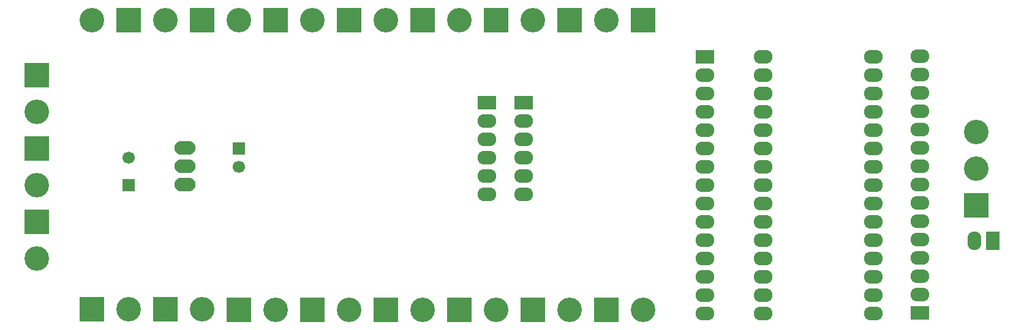
<source format=gbr>
G04 #@! TF.FileFunction,Soldermask,Bot*
%FSLAX46Y46*%
G04 Gerber Fmt 4.6, Leading zero omitted, Abs format (unit mm)*
G04 Created by KiCad (PCBNEW (2015-09-30 BZR 6232)-product) date Fri 09 Oct 2015 07:53:00 AM EEST*
%MOMM*%
G01*
G04 APERTURE LIST*
%ADD10C,0.100000*%
%ADD11O,2.599640X1.924000*%
%ADD12O,2.597100X1.924000*%
%ADD13R,3.399740X3.399740*%
%ADD14C,3.399740*%
%ADD15O,2.899360X1.901140*%
%ADD16R,2.599640X1.924000*%
%ADD17R,1.700000X1.700000*%
%ADD18C,1.700000*%
%ADD19R,1.924000X2.599640*%
%ADD20O,1.924000X2.599640*%
G04 APERTURE END LIST*
D10*
D11*
X171560000Y-132080000D03*
X171560000Y-129540000D03*
X171560000Y-127000000D03*
X171560000Y-124460000D03*
X171560000Y-121920000D03*
X171560000Y-119380000D03*
X171560000Y-116840000D03*
X171560000Y-114300000D03*
X171560000Y-111760000D03*
X171560000Y-109220000D03*
X171560000Y-106680000D03*
X171560000Y-104140000D03*
X171560000Y-101600000D03*
X171560000Y-99060000D03*
X171560000Y-96520000D03*
X186800000Y-96520000D03*
X186800000Y-99060000D03*
X186800000Y-101600000D03*
X186800000Y-104140000D03*
D12*
X186800000Y-106680000D03*
X186800000Y-109220000D03*
X186800000Y-111760000D03*
X186800000Y-114300000D03*
X186800000Y-116840000D03*
X186800000Y-119380000D03*
X186800000Y-121920000D03*
X186800000Y-124460000D03*
X186800000Y-127000000D03*
X186800000Y-129540000D03*
X186800000Y-132080000D03*
D13*
X71120000Y-119380000D03*
D14*
X71120000Y-124460000D03*
D13*
X71120000Y-109220000D03*
D14*
X71120000Y-114300000D03*
D15*
X91600000Y-111651040D03*
X91600000Y-114191040D03*
X91600000Y-109111040D03*
D13*
X154940000Y-91440000D03*
D14*
X149860000Y-91440000D03*
D13*
X144780000Y-91440000D03*
D14*
X139700000Y-91440000D03*
D13*
X134620000Y-91440000D03*
D14*
X129540000Y-91440000D03*
D13*
X124460000Y-91440000D03*
D14*
X119380000Y-91440000D03*
D13*
X114300000Y-91440000D03*
D14*
X109220000Y-91440000D03*
D13*
X104140000Y-91440000D03*
D14*
X99060000Y-91440000D03*
D13*
X93980000Y-91440000D03*
D14*
X88900000Y-91440000D03*
D13*
X83820000Y-91440000D03*
D14*
X78740000Y-91440000D03*
D13*
X78740000Y-131506596D03*
D14*
X83820000Y-131506596D03*
D13*
X88900000Y-131506596D03*
D14*
X93980000Y-131506596D03*
D13*
X99060000Y-131580000D03*
D14*
X104140000Y-131580000D03*
D13*
X109220000Y-131580000D03*
D14*
X114300000Y-131580000D03*
D13*
X119380000Y-131580000D03*
D14*
X124460000Y-131580000D03*
D13*
X129540000Y-131580000D03*
D14*
X134620000Y-131580000D03*
D13*
X139700000Y-131580000D03*
D14*
X144780000Y-131580000D03*
D13*
X149860000Y-131580000D03*
D14*
X154940000Y-131580000D03*
D16*
X133350000Y-102870000D03*
D11*
X133350000Y-105410000D03*
X133350000Y-107950000D03*
X133350000Y-110490000D03*
X133350000Y-113030000D03*
X133350000Y-115570000D03*
D16*
X138430000Y-102870000D03*
D11*
X138430000Y-105410000D03*
X138430000Y-107950000D03*
X138430000Y-110490000D03*
X138430000Y-113030000D03*
X138430000Y-115570000D03*
D13*
X71120000Y-99060000D03*
D14*
X71120000Y-104140000D03*
D17*
X83820000Y-114300000D03*
D18*
X83820000Y-110500000D03*
X99060000Y-111760000D03*
D17*
X99060000Y-109260000D03*
D19*
X203270000Y-122000000D03*
D20*
X200730000Y-122000000D03*
D13*
X201000000Y-117080000D03*
D14*
X201000000Y-112000000D03*
X201000000Y-106920000D03*
D16*
X163500000Y-96500000D03*
D11*
X163500000Y-99040000D03*
X163500000Y-101580000D03*
X163500000Y-104120000D03*
X163500000Y-106660000D03*
X163500000Y-109200000D03*
X163500000Y-111740000D03*
X163500000Y-114280000D03*
X163500000Y-116820000D03*
X163500000Y-119360000D03*
X163500000Y-121900000D03*
X163500000Y-124440000D03*
X163500000Y-126980000D03*
X163500000Y-129520000D03*
X163500000Y-132060000D03*
D16*
X193250000Y-132030000D03*
D11*
X193250000Y-129490000D03*
X193250000Y-126950000D03*
X193250000Y-124410000D03*
X193250000Y-121870000D03*
X193250000Y-119330000D03*
X193250000Y-116790000D03*
X193250000Y-114250000D03*
X193250000Y-111710000D03*
X193250000Y-109170000D03*
X193250000Y-106630000D03*
X193250000Y-104090000D03*
X193250000Y-101550000D03*
X193250000Y-99010000D03*
X193250000Y-96470000D03*
M02*

</source>
